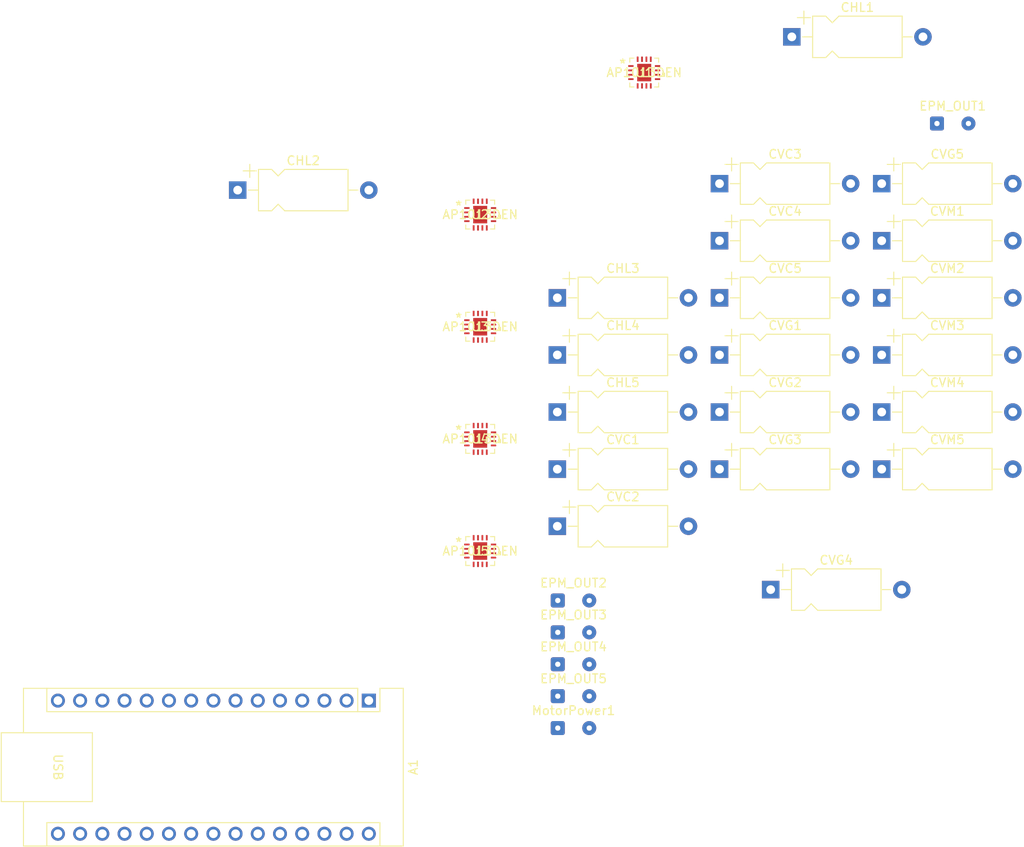
<source format=kicad_pcb>
(kicad_pcb (version 20221018) (generator pcbnew)
  (layers (0 "F.Cu" signal) (31 "B.Cu" signal) (34 "B.Paste" user) (35 "F.Paste" user) (36 "B.SilkS" user "B.Silkscreen") (37 "F.SilkS" user "F.Silkscreen") (38 "B.Mask" user) (39 "F.Mask" user) (44 "Edge.Cuts" user))
  (net 0 "")
  (net 6 "Net-(A1-D3)")
  (net 7 "Net-(A1-D4)")
  (net 8 "Net-(A1-D5)")
  (net 9 "Net-(A1-D6)")
  (net 10 "Net-(A1-D7)")
  (net 11 "Net-(A1-D8)")
  (net 12 "Net-(A1-D9)")
  (net 13 "Net-(A1-D10)")
  (net 14 "Net-(A1-D11)")
  (net 15 "Net-(A1-D12)")
  (net 31 "Net-(U1-CH)")
  (net 32 "Net-(U1-CL)")
  (net 33 "Net-(U2-CH)")
  (net 34 "Net-(U2-CL)")
  (net 35 "Net-(U3-CH)")
  (net 36 "Net-(U3-CL)")
  (net 37 "Net-(U4-CH)")
  (net 38 "Net-(U4-CL)")
  (net 39 "Net-(U5-CH)")
  (net 40 "Net-(U5-CL)")
  (net 41 "GND")
  (net 42 "+3.3V")
  (net 43 "Net-(U1-VG)")
  (net 44 "Net-(MotorPower1-Pin_2)")
  (net 45 "Net-(U2-VG)")
  (net 46 "Net-(U3-VG)")
  (net 47 "Net-(CVG3-Pad2)")
  (net 48 "Net-(U4-VG)")
  (net 49 "Net-(U5-VG)")
  (net 50 "Net-(EPM_OUT1-Pin_1)")
  (net 51 "Net-(EPM_OUT1-Pin_2)")
  (net 52 "Net-(EPM_OUT2-Pin_1)")
  (net 53 "Net-(EPM_OUT2-Pin_2)")
  (net 54 "Net-(EPM_OUT3-Pin_1)")
  (net 55 "Net-(EPM_OUT3-Pin_2)")
  (net 56 "Net-(EPM_OUT4-Pin_1)")
  (net 57 "Net-(EPM_OUT4-Pin_2)")
  (net 58 "Net-(EPM_OUT5-Pin_1)")
  (net 59 "Net-(EPM_OUT5-Pin_2)")
  (net 60 "Net-(MotorPower1-Pin_1)")
  (footprint "Connector_Wire:SolderWire-0.1sqmm_1x02_P3.6mm_D0.4mm_OD1mm" (layer "F.Cu") (at 125.75 97.125)
    (fp_text reference "MotorPower1" (at 1.8 -2) (layer "F.SilkS"))
    (fp_text value "Conn_01x02")
    (pad "1" thru_hole roundrect (at 0 0) (size 1.6 1.6) (drill 0.6) (layers "*.Cu" "*.Mask") (roundrect_rratio 0.15625) (net 60 "Net-(MotorPower1-Pin_1)"))
    (pad "2" thru_hole circle (at 3.6 0) (size 1.6 1.6) (drill 0.6) (layers "*.Cu" "*.Mask") (net 44 "Net-(MotorPower1-Pin_2)"))
  )
  (footprint "Capacitor_THT:CP_Axial_L10.0mm_D4.5mm_P15.00mm_Horizontal" (layer "F.Cu") (at 162.8 34.82)
    (fp_text reference "CVG5" (at 7.5 -3.37) (layer "F.SilkS"))
    (fp_text value "0.1uF")
    (pad "1" thru_hole rect (at 0 0) (size 2 2) (drill 1) (layers "*.Cu" "*.Mask") (net 49 "Net-(U5-VG)"))
    (pad "2" thru_hole oval (at 15 0) (size 2 2) (drill 1) (layers "*.Cu" "*.Mask") (net 44 "Net-(MotorPower1-Pin_2)"))
  )
  (footprint "Connector_Wire:SolderWire-0.1sqmm_1x02_P3.6mm_D0.4mm_OD1mm" (layer "F.Cu") (at 125.75 82.525)
    (fp_text reference "EPM_OUT2" (at 1.8 -2) (layer "F.SilkS"))
    (fp_text value "Conn_01x02")
    (pad "1" thru_hole roundrect (at 0 0) (size 1.6 1.6) (drill 0.6) (layers "*.Cu" "*.Mask") (roundrect_rratio 0.15625) (net 52 "Net-(EPM_OUT2-Pin_1)"))
    (pad "2" thru_hole circle (at 3.6 0) (size 1.6 1.6) (drill 0.6) (layers "*.Cu" "*.Mask") (net 53 "Net-(EPM_OUT2-Pin_2)"))
  )
  (footprint "Capacitor_THT:CP_Axial_L10.0mm_D4.5mm_P15.00mm_Horizontal" (layer "F.Cu") (at 162.8 54.425)
    (fp_text reference "CVM3" (at 7.5 -3.37) (layer "F.SilkS"))
    (fp_text value "4.7uF")
    (pad "1" thru_hole rect (at 0 0) (size 2 2) (drill 1) (layers "*.Cu" "*.Mask") (net 41 "GND"))
    (pad "2" thru_hole oval (at 15 0) (size 2 2) (drill 1) (layers "*.Cu" "*.Mask") (net 47 "Net-(CVG3-Pad2)"))
  )
  (footprint "Capacitor_THT:CP_Axial_L10.0mm_D4.5mm_P15.00mm_Horizontal" (layer "F.Cu") (at 89.14 35.56)
    (fp_text reference "CHL2" (at 7.5 -3.37) (layer "F.SilkS"))
    (fp_text value "1uF")
    (pad "1" thru_hole rect (at 0 0) (size 2 2) (drill 1) (layers "*.Cu" "*.Mask") (net 33 "Net-(U2-CH)"))
    (pad "2" thru_hole oval (at 15 0) (size 2 2) (drill 1) (layers "*.Cu" "*.Mask") (net 34 "Net-(U2-CL)"))
  )
  (footprint "Capacitor_THT:CP_Axial_L10.0mm_D4.5mm_P15.00mm_Horizontal" (layer "F.Cu") (at 162.8 60.96)
    (fp_text reference "CVM4" (at 7.5 -3.37) (layer "F.SilkS"))
    (fp_text value "4.7uF")
    (pad "1" thru_hole rect (at 0 0) (size 2 2) (drill 1) (layers "*.Cu" "*.Mask") (net 41 "GND"))
    (pad "2" thru_hole oval (at 15 0) (size 2 2) (drill 1) (layers "*.Cu" "*.Mask") (net 44 "Net-(MotorPower1-Pin_2)"))
  )
  (footprint "Capacitor_THT:CP_Axial_L10.0mm_D4.5mm_P15.00mm_Horizontal" (layer "F.Cu") (at 125.7 67.495)
    (fp_text reference "CVC1" (at 7.5 -3.37) (layer "F.SilkS"))
    (fp_text value "1uF")
    (pad "1" thru_hole rect (at 0 0) (size 2 2) (drill 1) (layers "*.Cu" "*.Mask") (net 41 "GND"))
    (pad "2" thru_hole oval (at 15 0) (size 2 2) (drill 1) (layers "*.Cu" "*.Mask") (net 42 "+3.3V"))
  )
  (footprint "Capacitor_THT:CP_Axial_L10.0mm_D4.5mm_P15.00mm_Horizontal" (layer "F.Cu") (at 150.1 81.28)
    (fp_text reference "CVG4" (at 7.5 -3.37) (layer "F.SilkS"))
    (fp_text value "0.1uF")
    (pad "1" thru_hole rect (at 0 0) (size 2 2) (drill 1) (layers "*.Cu" "*.Mask") (net 48 "Net-(U4-VG)"))
    (pad "2" thru_hole oval (at 15 0) (size 2 2) (drill 1) (layers "*.Cu" "*.Mask") (net 44 "Net-(MotorPower1-Pin_2)"))
  )
  (footprint "Capacitor_THT:CP_Axial_L10.0mm_D4.5mm_P15.00mm_Horizontal" (layer "F.Cu") (at 125.7 60.96)
    (fp_text reference "CHL5" (at 7.5 -3.37) (layer "F.SilkS"))
    (fp_text value "1uF")
    (pad "1" thru_hole rect (at 0 0) (size 2 2) (drill 1) (layers "*.Cu" "*.Mask") (net 39 "Net-(U5-CH)"))
    (pad "2" thru_hole oval (at 15 0) (size 2 2) (drill 1) (layers "*.Cu" "*.Mask") (net 40 "Net-(U5-CL)"))
  )
  (footprint "Capacitor_THT:CP_Axial_L10.0mm_D4.5mm_P15.00mm_Horizontal" (layer "F.Cu") (at 125.7 47.89)
    (fp_text reference "CHL3" (at 7.5 -3.37) (layer "F.SilkS"))
    (fp_text value "1uF")
    (pad "1" thru_hole rect (at 0 0) (size 2 2) (drill 1) (layers "*.Cu" "*.Mask") (net 35 "Net-(U3-CH)"))
    (pad "2" thru_hole oval (at 15 0) (size 2 2) (drill 1) (layers "*.Cu" "*.Mask") (net 36 "Net-(U3-CL)"))
  )
  (footprint "Capacitor_THT:CP_Axial_L10.0mm_D4.5mm_P15.00mm_Horizontal" (layer "F.Cu") (at 125.7 74.03)
    (fp_text reference "CVC2" (at 7.5 -3.37) (layer "F.SilkS"))
    (fp_text value "1uF")
    (pad "1" thru_hole rect (at 0 0) (size 2 2) (drill 1) (layers "*.Cu" "*.Mask") (net 41 "GND"))
    (pad "2" thru_hole oval (at 15 0) (size 2 2) (drill 1) (layers "*.Cu" "*.Mask") (net 42 "+3.3V"))
  )
  (footprint "Connector_Wire:SolderWire-0.1sqmm_1x02_P3.6mm_D0.4mm_OD1mm" (layer "F.Cu") (at 125.75 86.175)
    (fp_text reference "EPM_OUT3" (at 1.8 -2) (layer "F.SilkS"))
    (fp_text value "Conn_01x02")
    (pad "1" thru_hole roundrect (at 0 0) (size 1.6 1.6) (drill 0.6) (layers "*.Cu" "*.Mask") (roundrect_rratio 0.15625) (net 54 "Net-(EPM_OUT3-Pin_1)"))
    (pad "2" thru_hole circle (at 3.6 0) (size 1.6 1.6) (drill 0.6) (layers "*.Cu" "*.Mask") (net 55 "Net-(EPM_OUT3-Pin_2)"))
  )
  (footprint "Capacitor_THT:CP_Axial_L10.0mm_D4.5mm_P15.00mm_Horizontal" (layer "F.Cu") (at 125.7 54.425)
    (fp_text reference "CHL4" (at 7.5 -3.37) (layer "F.SilkS"))
    (fp_text value "1uF")
    (pad "1" thru_hole rect (at 0 0) (size 2 2) (drill 1) (layers "*.Cu" "*.Mask") (net 37 "Net-(U4-CH)"))
    (pad "2" thru_hole oval (at 15 0) (size 2 2) (drill 1) (layers "*.Cu" "*.Mask") (net 38 "Net-(U4-CL)"))
  )
  (footprint "QFN16_AKM:AP1013DEN" (layer "F.Cu") (at 116.8774 76.8668)
    (fp_text reference "U5" (at 0 0) (layer "F.SilkS"))
    (fp_text value "AP1013DEN" (at 0 0) (layer "F.SilkS"))
    (fp_text user "*" (at -2.4638 -1) (layer "F.SilkS"))
    (fp_text user "*" (at -2.4638 -1) (layer "F.SilkS"))
    (pad "1" smd rect (at -1.524 -0.750001 90) (size 0.2032 0.6096) (layers "F.Cu" "F.Paste" "F.Mask") (net 42 "+3.3V"))
    (pad "2" smd rect (at -1.524 -0.25 90) (size 0.2032 0.6096) (layers "F.Cu" "F.Paste" "F.Mask") (net 41 "GND"))
    (pad "3" smd rect (at -1.524 0.25 90) (size 0.2032 0.6096) (layers "F.Cu" "F.Paste" "F.Mask") (net 49 "Net-(U5-VG)"))
    (pad "4" smd rect (at -1.524 0.750001 90) (size 0.2032 0.6096) (layers "F.Cu" "F.Paste" "F.Mask") (net 39 "Net-(U5-CH)"))
    (pad "5" smd rect (at -0.750001 1.524) (size 0.2032 0.6096) (layers "F.Cu" "F.Paste" "F.Mask") (net 40 "Net-(U5-CL)"))
    (pad "6" smd rect (at -0.25 1.524) (size 0.2032 0.6096) (layers "F.Cu" "F.Paste" "F.Mask") (net 42 "+3.3V"))
    (pad "7" smd rect (at 0.25 1.524) (size 0.2032 0.6096) (layers "F.Cu" "F.Paste" "F.Mask") (net 42 "+3.3V"))
    (pad "8" smd rect (at 0.750001 1.524) (size 0.2032 0.6096) (layers "F.Cu" "F.Paste" "F.Mask") (net 58 "Net-(EPM_OUT5-Pin_1)"))
    (pad "9" smd rect (at 1.524 0.750001 90) (size 0.2032 0.6096) (layers "F.Cu" "F.Paste" "F.Mask") (net 58 "Net-(EPM_OUT5-Pin_1)"))
    (pad "10" smd rect (at 1.524 0.25 90) (size 0.2032 0.6096) (layers "F.Cu" "F.Paste" "F.Mask") (net 44 "Net-(MotorPower1-Pin_2)"))
    (pad "11" smd rect (at 1.524 -0.25 90) (size 0.2032 0.6096) (layers "F.Cu" "F.Paste" "F.Mask") (net 44 "Net-(MotorPower1-Pin_2)"))
    (pad "12" smd rect (at 1.524 -0.750001 90) (size 0.2032 0.6096) (layers "F.Cu" "F.Paste" "F.Mask") (net 59 "Net-(EPM_OUT5-Pin_2)"))
    (pad "13" smd rect (at 0.750001 -1.524) (size 0.2032 0.6096) (layers "F.Cu" "F.Paste" "F.Mask") (net 59 "Net-(EPM_OUT5-Pin_2)"))
    (pad "14" smd rect (at 0.25 -1.524) (size 0.2032 0.6096) (layers "F.Cu" "F.Paste" "F.Mask") (net 7 "Net-(A1-D4)"))
    (pad "15" smd rect (at -0.25 -1.524) (size 0.2032 0.6096) (layers "F.Cu" "F.Paste" "F.Mask") (net 6 "Net-(A1-D3)"))
    (pad "16" smd rect (at -0.750001 -1.524) (size 0.2032 0.6096) (layers "F.Cu" "F.Paste" "F.Mask") (net 41 "GND"))
    (pad "17" smd rect (at 0 0) (size 1.6002 2.0066) (layers "F.Cu" "F.Paste" "F.Mask") (net 60 "Net-(MotorPower1-Pin_1)"))
  )
  (footprint "QFN16_AKM:AP1013DEN" (layer "F.Cu") (at 116.8774 64.032)
    (fp_text reference "U4" (at 0 0) (layer "F.SilkS"))
    (fp_text value "AP1013DEN" (at 0 0) (layer "F.SilkS"))
    (fp_text user "*" (at -2.4638 -1) (layer "F.SilkS"))
    (fp_text user "*" (at -2.4638 -1) (layer "F.SilkS"))
    (pad "1" smd rect (at -1.524 -0.750001 90) (size 0.2032 0.6096) (layers "F.Cu" "F.Paste" "F.Mask") (net 42 "+3.3V"))
    (pad "2" smd rect (at -1.524 -0.25 90) (size 0.2032 0.6096) (layers "F.Cu" "F.Paste" "F.Mask") (net 41 "GND"))
    (pad "3" smd rect (at -1.524 0.25 90) (size 0.2032 0.6096) (layers "F.Cu" "F.Paste" "F.Mask") (net 48 "Net-(U4-VG)"))
    (pad "4" smd rect (at -1.524 0.750001 90) (size 0.2032 0.6096) (layers "F.Cu" "F.Paste" "F.Mask") (net 37 "Net-(U4-CH)"))
    (pad "5" smd rect (at -0.750001 1.524) (size 0.2032 0.6096) (layers "F.Cu" "F.Paste" "F.Mask") (net 38 "Net-(U4-CL)"))
    (pad "6" smd rect (at -0.25 1.524) (size 0.2032 0.6096) (layers "F.Cu" "F.Paste" "F.Mask") (net 42 "+3.3V"))
    (pad "7" smd rect (at 0.25 1.524) (size 0.2032 0.6096) (layers "F.Cu" "F.Paste" "F.Mask") (net 42 "+3.3V"))
    (pad "8" smd rect (at 0.750001 1.524) (size 0.2032 0.6096) (layers "F.Cu" "F.Paste" "F.Mask") (net 56 "Net-(EPM_OUT4-Pin_1)"))
    (pad "9" smd rect (at 1.524 0.750001 90) (size 0.2032 0.6096) (layers "F.Cu" "F.Paste" "F.Mask") (net 56 "Net-(EPM_OUT4-Pin_1)"))
    (pad "10" smd rect (at 1.524 0.25 90) (size 0.2032 0.6096) (layers "F.Cu" "F.Paste" "F.Mask") (net 44 "Net-(MotorPower1-Pin_2)"))
    (pad "11" smd rect (at 1.524 -0.25 90) (size 0.2032 0.6096) (layers "F.Cu" "F.Paste" "F.Mask") (net 44 "Net-(MotorPower1-Pin_2)"))
    (pad "12" smd rect (at 1.524 -0.750001 90) (size 0.2032 0.6096) (layers "F.Cu" "F.Paste" "F.Mask") (net 57 "Net-(EPM_OUT4-Pin_2)"))
    (pad "13" smd rect (at 0.750001 -1.524) (size 0.2032 0.6096) (layers "F.Cu" "F.Paste" "F.Mask") (net 57 "Net-(EPM_OUT4-Pin_2)"))
    (pad "14" smd rect (at 0.25 -1.524) (size 0.2032 0.6096) (layers "F.Cu" "F.Paste" "F.Mask") (net 9 "Net-(A1-D6)"))
    (pad "15" smd rect (at -0.25 -1.524) (size 0.2032 0.6096) (layers "F.Cu" "F.Paste" "F.Mask") (net 8 "Net-(A1-D5)"))
    (pad "16" smd rect (at -0.750001 -1.524) (size 0.2032 0.6096) (layers "F.Cu" "F.Paste" "F.Mask") (net 41 "GND"))
    (pad "17" smd rect (at 0 0) (size 1.6002 2.0066) (layers "F.Cu" "F.Paste" "F.Mask") (net 60 "Net-(MotorPower1-Pin_1)"))
  )
  (footprint "Capacitor_THT:CP_Axial_L10.0mm_D4.5mm_P15.00mm_Horizontal" (layer "F.Cu") (at 162.8 47.89)
    (fp_text reference "CVM2" (at 7.5 -3.37) (layer "F.SilkS"))
    (fp_text value "4.7uF")
    (pad "1" thru_hole rect (at 0 0) (size 2 2) (drill 1) (layers "*.Cu" "*.Mask") (net 41 "GND"))
    (pad "2" thru_hole oval (at 15 0) (size 2 2) (drill 1) (layers "*.Cu" "*.Mask") (net 44 "Net-(MotorPower1-Pin_2)"))
  )
  (footprint "Connector_Wire:SolderWire-0.1sqmm_1x02_P3.6mm_D0.4mm_OD1mm" (layer "F.Cu") (at 169.12 27.94)
    (fp_text reference "EPM_OUT1" (at 1.8 -2) (layer "F.SilkS"))
    (fp_text value "Conn_01x02")
    (pad "1" thru_hole roundrect (at 0 0) (size 1.6 1.6) (drill 0.6) (layers "*.Cu" "*.Mask") (roundrect_rratio 0.15625) (net 50 "Net-(EPM_OUT1-Pin_1)"))
    (pad "2" thru_hole circle (at 3.6 0) (size 1.6 1.6) (drill 0.6) (layers "*.Cu" "*.Mask") (net 51 "Net-(EPM_OUT1-Pin_2)"))
  )
  (footprint "Module:Arduino_Nano" (layer "F.Cu") (at 104.14 93.98 -90)
    (fp_text reference "A1" (at 7.62 -5.08 90) (layer "F.SilkS"))
    (fp_text value "Arduino_Nano_v3.x")
    (fp_text user "USB" (at 7.62 35.56 -90 unlocked) (layer "F.SilkS"))
    (pad "1" thru_hole rect (at 0 0 270) (size 1.6 1.6) (drill 1) (layers "*.Cu" "*.Mask"))
    (pad "2" thru_hole oval (at 0 2.54 270) (size 1.6 1.6) (drill 1) (layers "*.Cu" "*.Mask"))
    (pad "3" thru_hole oval (at 0 5.08 270) (size 1.6 1.6) (drill 1) (layers "*.Cu" "*.Mask"))
    (pad "4" thru_hole oval (at 0 7.62 270) (size 1.6 1.6) (drill 1) (layers "*.Cu" "*.Mask"))
    (pad "5" thru_hole oval (at 0 10.16 270) (size 1.6 1.6) (drill 1) (layers "*.Cu" "*.Mask"))
    (pad "6" thru_hole oval (at 0 12.7 270) (size 1.6 1.6) (drill 1) (layers "*.Cu" "*.Mask") (net 6 "Net-(A1-D3)"))
    (pad "7" thru_hole oval (at 0 15.24 270) (size 1.6 1.6) (drill 1) (layers "*.Cu" "*.Mask") (net 7 "Net-(A1-D4)"))
    (pad "8" thru_hole oval (at 0 17.78 270) (size 1.6 1.6) (drill 1) (layers "*.Cu" "*.Mask") (net 8 "Net-(A1-D5)"))
    (pad "9" thru_hole oval (at 0 20.32 270) (size 1.6 1.6) (drill 1) (layers "*.Cu" "*.Mask") (net 9 "Net-(A1-D6)"))
    (pad "10" thru_hole oval (at 0 22.86 270) (size 1.6 1.6) (drill 1) (layers "*.Cu" "*.Mask") (net 10 "Net-(A1-D7)"))
    (pad "11" thru_hole oval (at 0 25.4 270) (size 1.6 1.6) (drill 1) (layers "*.Cu" "*.Mask") (net 11 "Net-(A1-D8)"))
    (pad "12" thru_hole oval (at 0 27.94 270) (size 1.6 1.6) (drill 1) (layers "*.Cu" "*.Mask") (net 12 "Net-(A1-D9)"))
    (pad "13" thru_hole oval (at 0 30.48 270) (size 1.6 1.6) (drill 1) (layers "*.Cu" "*.Mask") (net 13 "Net-(A1-D10)"))
    (pad "14" thru_hole oval (at 0 33.02 270) (size 1.6 1.6) (drill 1) (layers "*.Cu" "*.Mask") (net 14 "Net-(A1-D11)"))
    (pad "15" thru_hole oval (at 0 35.56 270) (size 1.6 1.6) (drill 1) (layers "*.Cu" "*.Mask") (net 15 "Net-(A1-D12)"))
    (pad "16" thru_hole oval (at 15.24 35.56 270) (size 1.6 1.6) (drill 1) (layers "*.Cu" "*.Mask"))
    (pad "17" thru_hole oval (at 15.24 33.02 270) (size 1.6 1.6) (drill 1) (layers "*.Cu" "*.Mask"))
    (pad "18" thru_hole oval (at 15.24 30.48 270) (size 1.6 1.6) (drill 1) (layers "*.Cu" "*.Mask"))
    (pad "19" thru_hole oval (at 15.24 27.94 270) (size 1.6 1.6) (drill 1) (layers "*.Cu" "*.Mask"))
    (pad "20" thru_hole oval (at 15.24 25.4 270) (size 1.6 1.6) (drill 1) (layers "*.Cu" "*.Mask"))
    (pad "21" thru_hole oval (at 15.24 22.86 270) (size 1.6 1.6) (drill 1) (layers "*.Cu" "*.Mask"))
    (pad "22" thru_hole oval (at 15.24 20.32 270) (size 1.6 1.6) (drill 1) (layers "*.Cu" "*.Mask"))
    (pad "23" thru_hole oval (at 15.24 17.78 270) (size 1.6 1.6) (drill 1) (layers "*.Cu" "*.Mask"))
    (pad "24" thru_hole oval (at 15.24 15.24 270) (size 1.6 1.6) (drill 1) (layers "*.Cu" "*.Mask"))
    (pad "25" thru_hole oval (at 15.24 12.7 270) (size 1.6 1.6) (drill 1) (layers "*.Cu" "*.Mask"))
    (pad "26" thru_hole oval (at 15.24 10.16 270) (size 1.6 1.6) (drill 1) (layers "*.Cu" "*.Mask"))
    (pad "27" thru_hole oval (at 15.24 7.62 270) (size 1.6 1.6) (drill 1) (layers "*.Cu" "*.Mask"))
    (pad "28" thru_hole oval (at 15.24 5.08 270) (size 1.6 1.6) (drill 1) (layers "*.Cu" "*.Mask"))
    (pad "29" thru_hole oval (at 15.24 2.54 270) (size 1.6 1.6) (drill 1) (layers "*.Cu" "*.Mask"))
    (pad "30" thru_hole oval (at 15.24 0 270) (size 1.6 1.6) (drill 1) (layers "*.Cu" "*.Mask"))
  )
  (footprint "Connector_Wire:SolderWire-0.1sqmm_1x02_P3.6mm_D0.4mm_OD1mm" (layer "F.Cu") (at 125.75 89.825)
    (fp_text reference "EPM_OUT4" (at 1.8 -2) (layer "F.SilkS"))
    (fp_text value "Conn_01x02")
    (pad "1" thru_hole roundrect (at 0 0) (size 1.6 1.6) (drill 0.6) (layers "*.Cu" "*.Mask") (roundrect_rratio 0.15625) (net 56 "Net-(EPM_OUT4-Pin_1)"))
    (pad "2" thru_hole circle (at 3.6 0) (size 1.6 1.6) (drill 0.6) (layers "*.Cu" "*.Mask") (net 57 "Net-(EPM_OUT4-Pin_2)"))
  )
  (footprint "Capacitor_THT:CP_Axial_L10.0mm_D4.5mm_P15.00mm_Horizontal" (layer "F.Cu") (at 162.8 41.355)
    (fp_text reference "CVM1" (at 7.5 -3.37) (layer "F.SilkS"))
    (fp_text value "4.7uF")
    (pad "1" thru_hole rect (at 0 0) (size 2 2) (drill 1) (layers "*.Cu" "*.Mask") (net 41 "GND"))
    (pad "2" thru_hole oval (at 15 0) (size 2 2) (drill 1) (layers "*.Cu" "*.Mask") (net 44 "Net-(MotorPower1-Pin_2)"))
  )
  (footprint "Capacitor_THT:CP_Axial_L10.0mm_D4.5mm_P15.00mm_Horizontal" (layer "F.Cu") (at 144.25 34.82)
    (fp_text reference "CVC3" (at 7.5 -3.37) (layer "F.SilkS"))
    (fp_text value "1uF")
    (pad "1" thru_hole rect (at 0 0) (size 2 2) (drill 1) (layers "*.Cu" "*.Mask") (net 41 "GND"))
    (pad "2" thru_hole oval (at 15 0) (size 2 2) (drill 1) (layers "*.Cu" "*.Mask") (net 42 "+3.3V"))
  )
  (footprint "Capacitor_THT:CP_Axial_L10.0mm_D4.5mm_P15.00mm_Horizontal" (layer "F.Cu") (at 162.8 67.495)
    (fp_text reference "CVM5" (at 7.5 -3.37) (layer "F.SilkS"))
    (fp_text value "4.7uF")
    (pad "1" thru_hole rect (at 0 0) (size 2 2) (drill 1) (layers "*.Cu" "*.Mask") (net 41 "GND"))
    (pad "2" thru_hole oval (at 15 0) (size 2 2) (drill 1) (layers "*.Cu" "*.Mask") (net 44 "Net-(MotorPower1-Pin_2)"))
  )
  (footprint "QFN16_AKM:AP1013DEN" (layer "F.Cu") (at 135.636 22.109999)
    (fp_text reference "U1" (at 0 0) (layer "F.SilkS"))
    (fp_text value "AP1013DEN" (at 0 0) (layer "F.SilkS"))
    (fp_text user "*" (at -2.4638 -1) (layer "F.SilkS"))
    (fp_text user "*" (at -2.4638 -1) (layer "F.SilkS"))
    (pad "1" smd rect (at -1.524 -0.750001 90) (size 0.2032 0.6096) (layers "F.Cu" "F.Paste" "F.Mask") (net 42 "+3.3V"))
    (pad "2" smd rect (at -1.524 -0.25 90) (size 0.2032 0.6096) (layers "F.Cu" "F.Paste" "F.Mask") (net 41 "GND"))
    (pad "3" smd rect (at -1.524 0.25 90) (size 0.2032 0.6096) (layers "F.Cu" "F.Paste" "F.Mask") (net 43 "Net-(U1-VG)"))
    (pad "4" smd rect (at -1.524 0.750001 90) (size 0.2032 0.6096) (layers "F.Cu" "F.Paste" "F.Mask") (net 31 "Net-(U1-CH)"))
    (pad "5" smd rect (at -0.750001 1.524) (size 0.2032 0.6096) (layers "F.Cu" "F.Paste" "F.Mask") (net 32 "Net-(U1-CL)"))
    (pad "6" smd rect (at -0.25 1.524) (size 0.2032 0.6096) (layers "F.Cu" "F.Paste" "F.Mask") (net 42 "+3.3V"))
    (pad "7" smd rect (at 0.25 1.524) (size 0.2032 0.6096) (layers "F.Cu" "F.Paste" "F.Mask") (net 42 "+3.3V"))
    (pad "8" smd rect (at 0.750001 1.524) (size 0.2032 0.6096) (layers "F.Cu" "F.Paste" "F.Mask") (net 50 "Net-(EPM_OUT1-Pin_1)"))
    (pad "9" smd rect (at 1.524 0.750001 90) (size 0.2032 0.6096) (layers "F.Cu" "F.Paste" "F.Mask") (net 50 "Net-(EPM_OUT1-Pin_1)"))
    (pad "10" smd rect (at 1.524 0.25 90) (size 0.2032 0.6096) (layers "F.Cu" "F.Paste" "F.Mask") (net 44 "Net-(MotorPower1-Pin_2)"))
    (pad "11" smd rect (at 1.524 -0.25 90) (size 0.2032 0.6096) (layers "F.Cu" "F.Paste" "F.Mask") (net 44 "Net-(MotorPower1-Pin_2)"))
    (pad "12" smd rect (at 1.524 -0.750001 90) (size 0.2032 0.6096) (layers "F.Cu" "F.Paste" "F.Mask") (net 51 "Net-(EPM_OUT1-Pin_2)"))
    (pad "13" smd rect (at 0.750001 -1.524) (size 0.2032 0.6096) (layers "F.Cu" "F.Paste" "F.Mask") (net 51 "Net-(EPM_OUT1-Pin_2)"))
    (pad "14" smd rect (at 0.25 -1.524) (size 0.2032 0.6096) (layers "F.Cu" "F.Paste" "F.Mask") (net 14 "Net-(A1-D11)"))
    (pad "15" smd rect (at -0.25 -1.524) (size 0.2032 0.6096) (layers "F.Cu" "F.Paste" "F.Mask") (net 15 "Net-(A1-D12)"))
    (pad "16" smd rect (at -0.750001 -1.524) (size 0.2032 0.6096) (layers "F.Cu" "F.Paste" "F.Mask") (net 41 "GND"))
    (pad "17" smd rect (at 0 0) (size 1.6002 2.0066) (layers "F.Cu" "F.Paste" "F.Mask") (net 60 "Net-(MotorPower1-Pin_1)"))
  )
  (footprint "Capacitor_THT:CP_Axial_L10.0mm_D4.5mm_P15.00mm_Horizontal" (layer "F.Cu") (at 144.25 47.89)
    (fp_text reference "CVC5" (at 7.5 -3.37) (layer "F.SilkS"))
    (fp_text value "1uF")
    (pad "1" thru_hole rect (at 0 0) (size 2 2) (drill 1) (layers "*.Cu" "*.Mask") (net 41 "GND"))
    (pad "2" thru_hole oval (at 15 0) (size 2 2) (drill 1) (layers "*.Cu" "*.Mask") (net 42 "+3.3V"))
  )
  (footprint "Capacitor_THT:CP_Axial_L10.0mm_D4.5mm_P15.00mm_Horizontal" (layer "F.Cu") (at 152.52 18.0225)
    (fp_text reference "CHL1" (at 7.5 -3.37) (layer "F.SilkS"))
    (fp_text value "1uF")
    (pad "1" thru_hole rect (at 0 0) (size 2 2) (drill 1) (layers "*.Cu" "*.Mask") (net 31 "Net-(U1-CH)"))
    (pad "2" thru_hole oval (at 15 0) (size 2 2) (drill 1) (layers "*.Cu" "*.Mask") (net 32 "Net-(U1-CL)"))
  )
  (footprint "QFN16_AKM:AP1013DEN" (layer "F.Cu") (at 116.8774 51.1972)
    (fp_text reference "U3" (at 0 0) (layer "F.SilkS"))
    (fp_text value "AP1013DEN" (at 0 0) (layer "F.SilkS"))
    (fp_text user "*" (at -2.4638 -1) (layer "F.SilkS"))
    (fp_text user "*" (at -2.4638 -1) (layer "F.SilkS"))
    (pad "1" smd rect (at -1.524 -0.750001 90) (size 0.2032 0.6096) (layers "F.Cu" "F.Paste" "F.Mask") (net 42 "+3.3V"))
    (pad "2" smd rect (at -1.524 -0.25 90) (size 0.2032 0.6096) (layers "F.Cu" "F.Paste" "F.Mask") (net 41 "GND"))
    (pad "3" smd rect (at -1.524 0.25 90) (size 0.2032 0.6096) (layers "F.Cu" "F.Paste" "F.Mask") (net 46 "Net-(U3-VG)"))
    (pad "4" smd rect (at -1.524 0.750001 90) (size 0.2032 0.6096) (layers "F.Cu" "F.Paste" "F.Mask") (net 35 "Net-(U3-CH)"))
    (pad "5" smd rect (at -0.750001 1.524) (size 0.2032 0.6096) (layers "F.Cu" "F.Paste" "F.Mask") (net 36 "Net-(U3-CL)"))
    (pad "6" smd rect (at -0.25 1.524) (size 0.2032 0.6096) (layers "F.Cu" "F.Paste" "F.Mask") (net 42 "+3.3V"))
    (pad "7" smd rect (at 0.25 1.524) (size 0.2032 0.6096) (layers "F.Cu" "F.Paste" "F.Mask") (net 42 "+3.3V"))
    (pad "8" smd rect (at 0.750001 1.524) (size 0.2032 0.6096) (layers "F.Cu" "F.Paste" "F.Mask") (net 54 "Net-(EPM_OUT3-Pin_1)"))
    (pad "9" smd rect (at 1.524 0.750001 90) (size 0.2032 0.6096) (layers "F.Cu" "F.Paste" "F.Mask") (net 54 "Net-(EPM_OUT3-Pin_1)"))
    (pad "10" smd rect (at 1.524 0.25 90) (size 0.2032 0.6096) (layers "F.Cu" "F.Paste" "F.Mask") (net 47 "Net-(CVG3-Pad2)"))
    (pad "11" smd rect (at 1.524 -0.25 90) (size 0.2032 0.6096) (layers "F.Cu" "F.Paste" "F.Mask") (net 47 "Net-(CVG3-Pad2)"))
    (pad "12" smd rect (at 1.524 -0.750001 90) (size 0.2032 0.6096) (layers "F.Cu" "F.Paste" "F.Mask") (net 55 "Net-(EPM_OUT3-Pin_2)"))
    (pad "13" smd rect (at 0.750001 -1.524) (size 0.2032 0.6096) (layers "F.Cu" "F.Paste" "F.Mask") (net 55 "Net-(EPM_OUT3-Pin_2)"))
    (pad "14" smd rect (at 0.25 -1.524) (size 0.2032 0.6096) (layers "F.Cu" "F.Paste" "F.Mask") (net 11 "Net-(A1-D8)"))
    (pad "15" smd rect (at -0.25 -1.524) (size 0.2032 0.6096) (layers "F.Cu" "F.Paste" "F.Mask") (net 10 "Net-(A1-D7)"))
    (pad "16" smd rect (at -0.750001 -1.524) (size 0.2032 0.6096) (layers "F.Cu" "F.Paste" "F.Mask") (net 41 "GND"))
    (pad "17" smd rect (at 0 0) (size 1.6002 2.0066) (layers "F.Cu" "F.Paste" "F.Mask") (net 60 "Net-(MotorPower1-Pin_1)"))
  )
  (footprint "Capacitor_THT:CP_Axial_L10.0mm_D4.5mm_P15.00mm_Horizontal" (layer "F.Cu") (at 144.25 60.96)
    (fp_text reference "CVG2" (at 7.5 -3.37) (layer "F.SilkS"))
    (fp_text value "0.1uF")
    (pad "1" thru_hole rect (at 0 0) (size 2 2) (drill 1) (layers "*.Cu" "*.Mask") (net 45 "Net-(U2-VG)"))
    (pad "2" thru_hole oval (at 15 0) (size 2 2) (drill 1) (layers "*.Cu" "*.Mask") (net 44 "Net-(MotorPower1-Pin_2)"))
  )
  (footprint "Capacitor_THT:CP_Axial_L10.0mm_D4.5mm_P15.00mm_Horizontal" (layer "F.Cu") (at 144.25 54.425)
    (fp_text reference "CVG1" (at 7.5 -3.37) (layer "F.SilkS"))
    (fp_text value "0.1uF")
    (pad "1" thru_hole rect (at 0 0) (size 2 2) (drill 1) (layers "*.Cu" "*.Mask") (net 43 "Net-(U1-VG)"))
    (pad "2" thru_hole oval (at 15 0) (size 2 2) (drill 1) (layers "*.Cu" "*.Mask") (net 44 "Net-(MotorPower1-Pin_2)"))
  )
  (footprint "Connector_Wire:SolderWire-0.1sqmm_1x02_P3.6mm_D0.4mm_OD1mm" (layer "F.Cu") (at 125.75 93.475)
    (fp_text reference "EPM_OUT5" (at 1.8 -2) (layer "F.SilkS"))
    (fp_text value "Conn_01x02")
    (pad "1" thru_hole roundrect (at 0 0) (size 1.6 1.6) (drill 0.6) (layers "*.Cu" "*.Mask") (roundrect_rratio 0.15625) (net 58 "Net-(EPM_OUT5-Pin_1)"))
    (pad "2" thru_hole circle (at 3.6 0) (size 1.6 1.6) (drill 0.6) (layers "*.Cu" "*.Mask") (net 59 "Net-(EPM_OUT5-Pin_2)"))
  )
  (footprint "QFN16_AKM:AP1013DEN" (layer "F.Cu") (at 116.8774 38.3624)
    (fp_text reference "U2" (at 0 0) (layer "F.SilkS"))
    (fp_text value "AP1013DEN" (at 0 0) (layer "F.SilkS"))
    (fp_text user "*" (at -2.4638 -1) (layer "F.SilkS"))
    (fp_text user "*" (at -2.4638 -1) (layer "F.SilkS"))
    (pad "1" smd rect (at -1.524 -0.750001 90) (size 0.2032 0.6096) (layers "F.Cu" "F.Paste" "F.Mask") (net 42 "+3.3V"))
    (pad "2" smd rect (at -1.524 -0.25 90) (size 0.2032 0.6096) (layers "F.Cu" "F.Paste" "F.Mask") (net 41 "GND"))
    (pad "3" smd rect (at -1.524 0.25 90) (size 0.2032 0.6096) (layers "F.Cu" "F.Paste" "F.Mask") (net 45 "Net-(U2-VG)"))
    (pad "4" smd rect (at -1.524 0.750001 90) (size 0.2032 0.6096) (layers "F.Cu" "F.Paste" "F.Mask") (net 33 "Net-(U2-CH)"))
    (pad "5" smd rect (at -0.750001 1.524) (size 0.2032 0.6096) (layers "F.Cu" "F.Paste" "F.Mask") (net 34 "Net-(U2-CL)"))
    (pad "6" smd rect (at -0.25 1.524) (size 0.2032 0.6096) (layers "F.Cu" "F.Paste" "F.Mask") (net 42 "+3.3V"))
    (pad "7" smd rect (at 0.25 1.524) (size 0.2032 0.6096) (layers "F.Cu" "F.Paste" "F.Mask") (net 42 "+3.3V"))
    (pad "8" smd rect (at 0.750001 1.524) (size 0.2032 0.6096) (layers "F.Cu" "F.Paste" "F.Mask") (net 52 "Net-(EPM_OUT2-Pin_1)"))
    (pad "9" smd rect (at 1.524 0.750001 90) (size 0.2032 0.6096) (layers "F.Cu" "F.Paste" "F.Mask") (net 52 "Net-(EPM_OUT2-Pin_1)"))
    (pad "10" smd rect (at 1.524 0.25 90) (size 0.2032 0.6096) (layers "F.Cu" "F.Paste" "F.Mask") (net 44 "Net-(MotorPower1-Pin_2)"))
    (pad "11" smd rect (at 1.524 -0.25 90) (size 0.2032 0.6096) (layers "F.Cu" "F.Paste" "F.Mask") (net 44 "Net-(MotorPower1-Pin_2)"))
    (pad "12" smd rect (at 1.524 -0.750001 90) (size 0.2032 0.6096) (layers "F.Cu" "F.Paste" "F.Mask") (net 53 "Net-(EPM_OUT2-Pin_2)"))
    (pad "13" smd rect (at 0.750001 -1.524) (size 0.2032 0.6096) (layers "F.Cu" "F.Paste" "F.Mask") (net 53 "Net-(EPM_OUT2-Pin_2)"))
    (pad "14" smd rect (at 0.25 -1.524) (size 0.2032 0.6096) (layers "F.Cu" "F.Paste" "F.Mask") (net 13 "Net-(A1-D10)"))
    (pad "15" smd rect (at -0.25 -1.524) (size 0.2032 0.6096) (layers "F.Cu" "F.Paste" "F.Mask") (net 12 "Net-(A1-D9)"))
    (pad "16" smd rect (at -0.750001 -1.524) (size 0.2032 0.6096) (layers "F.Cu" "F.Paste" "F.Mask") (net 41 "GND"))
    (pad "17" smd rect (at 0 0) (size 1.6002 2.0066) (layers "F.Cu" "F.Paste" "F.Mask") (net 60 "Net-(MotorPower1-Pin_1)"))
  )
  (footprint "Capacitor_THT:CP_Axial_L10.0mm_D4.5mm_P15.00mm_Horizontal" (layer "F.Cu") (at 144.25 67.495)
    (fp_text reference "CVG3" (at 7.5 -3.37) (layer "F.SilkS"))
    (fp_text value "0.1uF")
    (pad "1" thru_hole rect (at 0 0) (size 2 2) (drill 1) (layers "*.Cu" "*.Mask") (net 46 "Net-(U3-VG)"))
    (pad "2" thru_hole oval (at 15 0) (size 2 2) (drill 1) (layers "*.Cu" "*.Mask") (net 47 "Net-(CVG3-Pad2)"))
  )
  (footprint "Capacitor_THT:CP_Axial_L10.0mm_D4.5mm_P15.00mm_Horizontal" (layer "F.Cu") (at 144.25 41.355)
    (fp_text reference "CVC4" (at 7.5 -3.37) (layer "F.SilkS"))
    (fp_text value "1uF")
    (pad "1" thru_hole rect (at 0 0) (size 2 2) (drill 1) (layers "*.Cu" "*.Mask") (net 41 "GND"))
    (pad "2" thru_hole oval (at 15 0) (size 2 2) (drill 1) (layers "*.Cu" "*.Mask") (net 42 "+3.3V"))
  )
)
</source>
